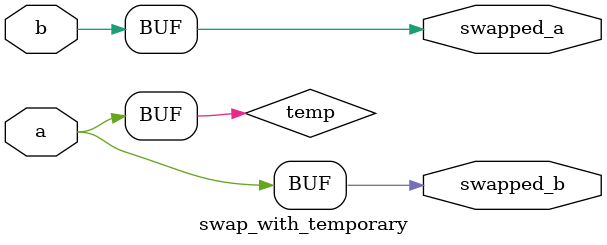
<source format=v>
module swap_with_temporary(
  input wire a, b,
  output wire swapped_a, swapped_b
);
  reg temp;

  always @(*) begin
    temp = a;
    swapped_a = b;
    swapped_b = temp;
  end

endmodule

</source>
